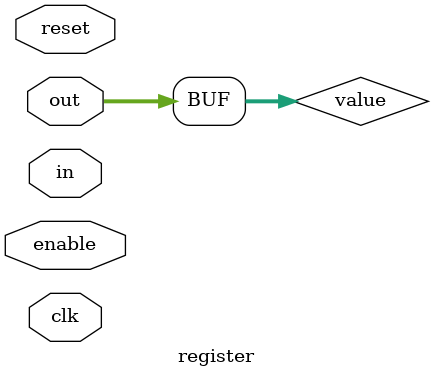
<source format=sv>
`timescale 1ns / 1ps


module register # (
    parameter int SIZE = 16
    )(
    input [(SIZE-1):0] in,
    input clk,
    input reset,
    input enable,
    input [(SIZE-1):0] out
    );
    
    logic [(SIZE-1):0] value = '0;
    assign out = value;
    
    always@(posedge clk) begin
        if(reset) 
            value = '0;
        else if (enable)
           value = in;
    end
    
endmodule

</source>
